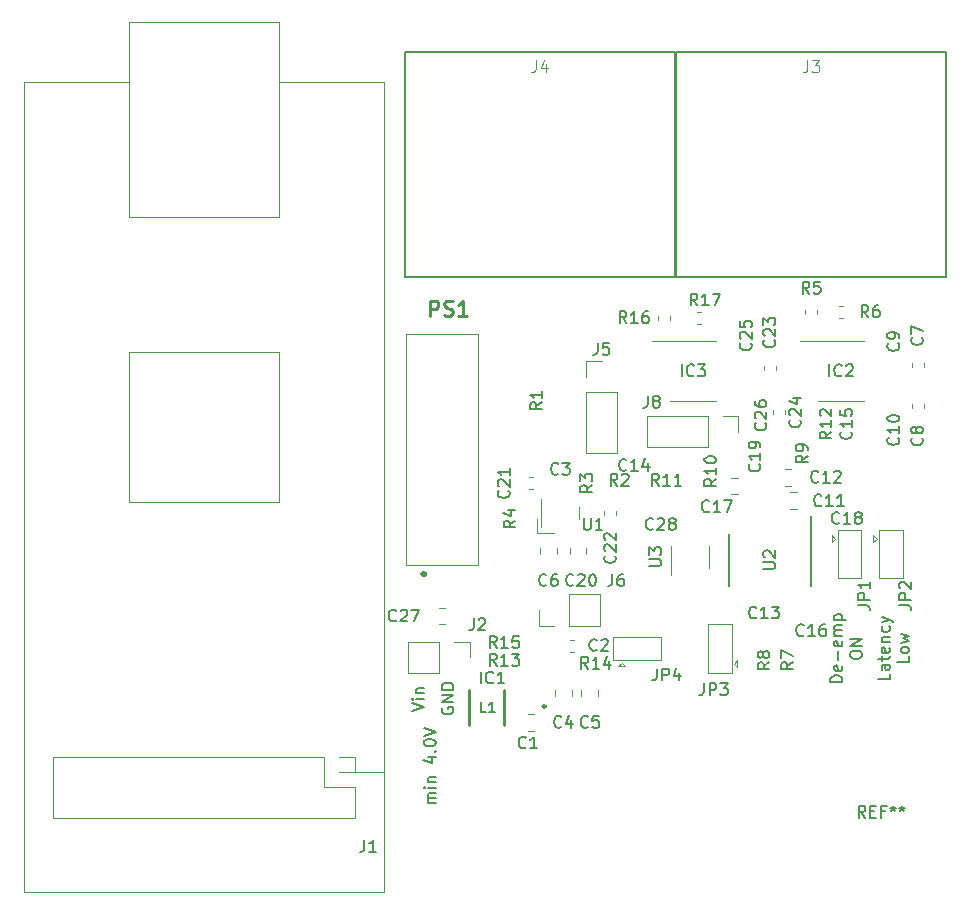
<source format=gbr>
G04 #@! TF.GenerationSoftware,KiCad,Pcbnew,(5.1.2)-2*
G04 #@! TF.CreationDate,2019-12-30T17:27:18+01:00*
G04 #@! TF.ProjectId,BalancedAudioBox,42616c61-6e63-4656-9441-7564696f426f,rev?*
G04 #@! TF.SameCoordinates,Original*
G04 #@! TF.FileFunction,Legend,Top*
G04 #@! TF.FilePolarity,Positive*
%FSLAX46Y46*%
G04 Gerber Fmt 4.6, Leading zero omitted, Abs format (unit mm)*
G04 Created by KiCad (PCBNEW (5.1.2)-2) date 2019-12-30 17:27:18*
%MOMM*%
%LPD*%
G04 APERTURE LIST*
%ADD10C,0.150000*%
%ADD11C,0.120000*%
%ADD12C,0.250000*%
%ADD13C,0.500000*%
%ADD14C,0.100000*%
%ADD15C,0.254000*%
%ADD16C,0.127000*%
%ADD17C,0.200000*%
%ADD18C,0.101600*%
G04 APERTURE END LIST*
D10*
X147202380Y-126619047D02*
X146535714Y-126619047D01*
X146630952Y-126619047D02*
X146583333Y-126571428D01*
X146535714Y-126476190D01*
X146535714Y-126333333D01*
X146583333Y-126238095D01*
X146678571Y-126190476D01*
X147202380Y-126190476D01*
X146678571Y-126190476D02*
X146583333Y-126142857D01*
X146535714Y-126047619D01*
X146535714Y-125904761D01*
X146583333Y-125809523D01*
X146678571Y-125761904D01*
X147202380Y-125761904D01*
X147202380Y-125285714D02*
X146535714Y-125285714D01*
X146202380Y-125285714D02*
X146250000Y-125333333D01*
X146297619Y-125285714D01*
X146250000Y-125238095D01*
X146202380Y-125285714D01*
X146297619Y-125285714D01*
X146535714Y-124809523D02*
X147202380Y-124809523D01*
X146630952Y-124809523D02*
X146583333Y-124761904D01*
X146535714Y-124666666D01*
X146535714Y-124523809D01*
X146583333Y-124428571D01*
X146678571Y-124380952D01*
X147202380Y-124380952D01*
X146535714Y-122714285D02*
X147202380Y-122714285D01*
X146154761Y-122952380D02*
X146869047Y-123190476D01*
X146869047Y-122571428D01*
X147107142Y-122190476D02*
X147154761Y-122142857D01*
X147202380Y-122190476D01*
X147154761Y-122238095D01*
X147107142Y-122190476D01*
X147202380Y-122190476D01*
X146202380Y-121523809D02*
X146202380Y-121428571D01*
X146250000Y-121333333D01*
X146297619Y-121285714D01*
X146392857Y-121238095D01*
X146583333Y-121190476D01*
X146821428Y-121190476D01*
X147011904Y-121238095D01*
X147107142Y-121285714D01*
X147154761Y-121333333D01*
X147202380Y-121428571D01*
X147202380Y-121523809D01*
X147154761Y-121619047D01*
X147107142Y-121666666D01*
X147011904Y-121714285D01*
X146821428Y-121761904D01*
X146583333Y-121761904D01*
X146392857Y-121714285D01*
X146297619Y-121666666D01*
X146250000Y-121619047D01*
X146202380Y-121523809D01*
X146202380Y-120904761D02*
X147202380Y-120571428D01*
X146202380Y-120238095D01*
X147750000Y-118511904D02*
X147702380Y-118607142D01*
X147702380Y-118750000D01*
X147750000Y-118892857D01*
X147845238Y-118988095D01*
X147940476Y-119035714D01*
X148130952Y-119083333D01*
X148273809Y-119083333D01*
X148464285Y-119035714D01*
X148559523Y-118988095D01*
X148654761Y-118892857D01*
X148702380Y-118750000D01*
X148702380Y-118654761D01*
X148654761Y-118511904D01*
X148607142Y-118464285D01*
X148273809Y-118464285D01*
X148273809Y-118654761D01*
X148702380Y-118035714D02*
X147702380Y-118035714D01*
X148702380Y-117464285D01*
X147702380Y-117464285D01*
X148702380Y-116988095D02*
X147702380Y-116988095D01*
X147702380Y-116750000D01*
X147750000Y-116607142D01*
X147845238Y-116511904D01*
X147940476Y-116464285D01*
X148130952Y-116416666D01*
X148273809Y-116416666D01*
X148464285Y-116464285D01*
X148559523Y-116511904D01*
X148654761Y-116607142D01*
X148702380Y-116750000D01*
X148702380Y-116988095D01*
X145202380Y-118773809D02*
X146202380Y-118440476D01*
X145202380Y-118107142D01*
X146202380Y-117773809D02*
X145535714Y-117773809D01*
X145202380Y-117773809D02*
X145250000Y-117821428D01*
X145297619Y-117773809D01*
X145250000Y-117726190D01*
X145202380Y-117773809D01*
X145297619Y-117773809D01*
X145535714Y-117297619D02*
X146202380Y-117297619D01*
X145630952Y-117297619D02*
X145583333Y-117250000D01*
X145535714Y-117154761D01*
X145535714Y-117011904D01*
X145583333Y-116916666D01*
X145678571Y-116869047D01*
X146202380Y-116869047D01*
X185627380Y-115619047D02*
X185627380Y-116095238D01*
X184627380Y-116095238D01*
X185627380Y-114857142D02*
X185103571Y-114857142D01*
X185008333Y-114904761D01*
X184960714Y-115000000D01*
X184960714Y-115190476D01*
X185008333Y-115285714D01*
X185579761Y-114857142D02*
X185627380Y-114952380D01*
X185627380Y-115190476D01*
X185579761Y-115285714D01*
X185484523Y-115333333D01*
X185389285Y-115333333D01*
X185294047Y-115285714D01*
X185246428Y-115190476D01*
X185246428Y-114952380D01*
X185198809Y-114857142D01*
X184960714Y-114523809D02*
X184960714Y-114142857D01*
X184627380Y-114380952D02*
X185484523Y-114380952D01*
X185579761Y-114333333D01*
X185627380Y-114238095D01*
X185627380Y-114142857D01*
X185579761Y-113428571D02*
X185627380Y-113523809D01*
X185627380Y-113714285D01*
X185579761Y-113809523D01*
X185484523Y-113857142D01*
X185103571Y-113857142D01*
X185008333Y-113809523D01*
X184960714Y-113714285D01*
X184960714Y-113523809D01*
X185008333Y-113428571D01*
X185103571Y-113380952D01*
X185198809Y-113380952D01*
X185294047Y-113857142D01*
X184960714Y-112952380D02*
X185627380Y-112952380D01*
X185055952Y-112952380D02*
X185008333Y-112904761D01*
X184960714Y-112809523D01*
X184960714Y-112666666D01*
X185008333Y-112571428D01*
X185103571Y-112523809D01*
X185627380Y-112523809D01*
X185579761Y-111619047D02*
X185627380Y-111714285D01*
X185627380Y-111904761D01*
X185579761Y-112000000D01*
X185532142Y-112047619D01*
X185436904Y-112095238D01*
X185151190Y-112095238D01*
X185055952Y-112047619D01*
X185008333Y-112000000D01*
X184960714Y-111904761D01*
X184960714Y-111714285D01*
X185008333Y-111619047D01*
X184960714Y-111285714D02*
X185627380Y-111047619D01*
X184960714Y-110809523D02*
X185627380Y-111047619D01*
X185865476Y-111142857D01*
X185913095Y-111190476D01*
X185960714Y-111285714D01*
X187277380Y-114166666D02*
X187277380Y-114642857D01*
X186277380Y-114642857D01*
X187277380Y-113690476D02*
X187229761Y-113785714D01*
X187182142Y-113833333D01*
X187086904Y-113880952D01*
X186801190Y-113880952D01*
X186705952Y-113833333D01*
X186658333Y-113785714D01*
X186610714Y-113690476D01*
X186610714Y-113547619D01*
X186658333Y-113452380D01*
X186705952Y-113404761D01*
X186801190Y-113357142D01*
X187086904Y-113357142D01*
X187182142Y-113404761D01*
X187229761Y-113452380D01*
X187277380Y-113547619D01*
X187277380Y-113690476D01*
X186610714Y-113023809D02*
X187277380Y-112833333D01*
X186801190Y-112642857D01*
X187277380Y-112452380D01*
X186610714Y-112261904D01*
X181627380Y-116357142D02*
X180627380Y-116357142D01*
X180627380Y-116119047D01*
X180675000Y-115976190D01*
X180770238Y-115880952D01*
X180865476Y-115833333D01*
X181055952Y-115785714D01*
X181198809Y-115785714D01*
X181389285Y-115833333D01*
X181484523Y-115880952D01*
X181579761Y-115976190D01*
X181627380Y-116119047D01*
X181627380Y-116357142D01*
X181579761Y-114976190D02*
X181627380Y-115071428D01*
X181627380Y-115261904D01*
X181579761Y-115357142D01*
X181484523Y-115404761D01*
X181103571Y-115404761D01*
X181008333Y-115357142D01*
X180960714Y-115261904D01*
X180960714Y-115071428D01*
X181008333Y-114976190D01*
X181103571Y-114928571D01*
X181198809Y-114928571D01*
X181294047Y-115404761D01*
X181246428Y-114500000D02*
X181246428Y-113738095D01*
X181579761Y-112880952D02*
X181627380Y-112976190D01*
X181627380Y-113166666D01*
X181579761Y-113261904D01*
X181484523Y-113309523D01*
X181103571Y-113309523D01*
X181008333Y-113261904D01*
X180960714Y-113166666D01*
X180960714Y-112976190D01*
X181008333Y-112880952D01*
X181103571Y-112833333D01*
X181198809Y-112833333D01*
X181294047Y-113309523D01*
X181627380Y-112404761D02*
X180960714Y-112404761D01*
X181055952Y-112404761D02*
X181008333Y-112357142D01*
X180960714Y-112261904D01*
X180960714Y-112119047D01*
X181008333Y-112023809D01*
X181103571Y-111976190D01*
X181627380Y-111976190D01*
X181103571Y-111976190D02*
X181008333Y-111928571D01*
X180960714Y-111833333D01*
X180960714Y-111690476D01*
X181008333Y-111595238D01*
X181103571Y-111547619D01*
X181627380Y-111547619D01*
X180960714Y-111071428D02*
X181960714Y-111071428D01*
X181008333Y-111071428D02*
X180960714Y-110976190D01*
X180960714Y-110785714D01*
X181008333Y-110690476D01*
X181055952Y-110642857D01*
X181151190Y-110595238D01*
X181436904Y-110595238D01*
X181532142Y-110642857D01*
X181579761Y-110690476D01*
X181627380Y-110785714D01*
X181627380Y-110976190D01*
X181579761Y-111071428D01*
X182277380Y-114119047D02*
X182277380Y-113928571D01*
X182325000Y-113833333D01*
X182420238Y-113738095D01*
X182610714Y-113690476D01*
X182944047Y-113690476D01*
X183134523Y-113738095D01*
X183229761Y-113833333D01*
X183277380Y-113928571D01*
X183277380Y-114119047D01*
X183229761Y-114214285D01*
X183134523Y-114309523D01*
X182944047Y-114357142D01*
X182610714Y-114357142D01*
X182420238Y-114309523D01*
X182325000Y-114214285D01*
X182277380Y-114119047D01*
X183277380Y-113261904D02*
X182277380Y-113261904D01*
X183277380Y-112690476D01*
X182277380Y-112690476D01*
D11*
X167140000Y-104850000D02*
X167140000Y-107300000D01*
X170360000Y-106650000D02*
X170360000Y-104850000D01*
X156130000Y-103250000D02*
X156130000Y-100880000D01*
X159370000Y-101500000D02*
X159370000Y-102500000D01*
X155750000Y-103700000D02*
X155750000Y-102500000D01*
X157250000Y-103700000D02*
X155750000Y-103700000D01*
X186750000Y-103450000D02*
X186750000Y-107550000D01*
X186750000Y-107550000D02*
X184750000Y-107550000D01*
X184750000Y-107550000D02*
X184750000Y-103450000D01*
X184750000Y-103450000D02*
X186750000Y-103450000D01*
X184550000Y-104200000D02*
X184250000Y-103900000D01*
X184250000Y-103900000D02*
X184250000Y-104500000D01*
X184550000Y-104200000D02*
X184250000Y-104500000D01*
X183250000Y-103450000D02*
X183250000Y-107550000D01*
X183250000Y-107550000D02*
X181250000Y-107550000D01*
X181250000Y-107550000D02*
X181250000Y-103450000D01*
X181250000Y-103450000D02*
X183250000Y-103450000D01*
X181050000Y-104200000D02*
X180750000Y-103900000D01*
X180750000Y-103900000D02*
X180750000Y-104500000D01*
X181050000Y-104200000D02*
X180750000Y-104500000D01*
X161120000Y-111580000D02*
X161120000Y-108920000D01*
X158520000Y-111580000D02*
X161120000Y-111580000D01*
X158520000Y-108920000D02*
X161120000Y-108920000D01*
X158520000Y-111580000D02*
X158520000Y-108920000D01*
X157250000Y-111580000D02*
X155920000Y-111580000D01*
X155920000Y-111580000D02*
X155920000Y-110250000D01*
D12*
X156525000Y-118400000D02*
G75*
G03X156525000Y-118400000I-125000J0D01*
G01*
D11*
X144880000Y-112920000D02*
X144880000Y-115580000D01*
X147480000Y-112920000D02*
X144880000Y-112920000D01*
X147480000Y-115580000D02*
X144880000Y-115580000D01*
X147480000Y-112920000D02*
X147480000Y-115580000D01*
X148750000Y-112920000D02*
X150080000Y-112920000D01*
X150080000Y-112920000D02*
X150080000Y-114250000D01*
X147491422Y-111460000D02*
X148008578Y-111460000D01*
X147491422Y-110040000D02*
X148008578Y-110040000D01*
X140330000Y-122670000D02*
X140330000Y-124000000D01*
X139000000Y-122670000D02*
X140330000Y-122670000D01*
X140330000Y-125270000D02*
X140330000Y-127870000D01*
X137730000Y-125270000D02*
X140330000Y-125270000D01*
X137730000Y-122670000D02*
X137730000Y-125270000D01*
X140330000Y-127870000D02*
X114810000Y-127870000D01*
X137730000Y-122670000D02*
X114810000Y-122670000D01*
X114810000Y-122670000D02*
X114810000Y-127870000D01*
X139000000Y-124000000D02*
X142810000Y-124000000D01*
X142810000Y-65580000D02*
X142810000Y-134160000D01*
X112330000Y-65580000D02*
X112330000Y-134160000D01*
X112330000Y-134160000D02*
X142810000Y-134160000D01*
X133920000Y-65580000D02*
X133920000Y-60500000D01*
X133920000Y-60500000D02*
X121220000Y-60500000D01*
X121220000Y-60500000D02*
X121220000Y-65580000D01*
X133920000Y-60500000D02*
X133920000Y-77010000D01*
X133920000Y-77010000D02*
X121220000Y-77010000D01*
X121220000Y-77010000D02*
X121220000Y-60500000D01*
X112330000Y-65580000D02*
X121220000Y-65580000D01*
X142810000Y-65580000D02*
X133920000Y-65580000D01*
X133920000Y-88440000D02*
X133920000Y-101140000D01*
X133920000Y-101140000D02*
X121220000Y-101140000D01*
X121220000Y-101140000D02*
X121220000Y-88440000D01*
X121220000Y-88440000D02*
X133920000Y-88440000D01*
X156040000Y-104991422D02*
X156040000Y-105508578D01*
X157460000Y-104991422D02*
X157460000Y-105508578D01*
X176741422Y-99710000D02*
X177258578Y-99710000D01*
X176741422Y-98290000D02*
X177258578Y-98290000D01*
D10*
X178950000Y-102250000D02*
X178950000Y-108225000D01*
X172050000Y-103775000D02*
X172050000Y-108225000D01*
D11*
X177758578Y-100290000D02*
X177241422Y-100290000D01*
X177758578Y-101710000D02*
X177241422Y-101710000D01*
X154991422Y-120460000D02*
X155508578Y-120460000D01*
X154991422Y-119040000D02*
X155508578Y-119040000D01*
X158912779Y-112740000D02*
X158587221Y-112740000D01*
X158912779Y-113760000D02*
X158587221Y-113760000D01*
X157290000Y-116991422D02*
X157290000Y-117508578D01*
X158710000Y-116991422D02*
X158710000Y-117508578D01*
X159540000Y-116991422D02*
X159540000Y-117508578D01*
X160960000Y-116991422D02*
X160960000Y-117508578D01*
X172758578Y-99040000D02*
X172241422Y-99040000D01*
X172758578Y-100460000D02*
X172241422Y-100460000D01*
X158540000Y-104991422D02*
X158540000Y-105508578D01*
X159960000Y-104991422D02*
X159960000Y-105508578D01*
X159920000Y-89170000D02*
X161250000Y-89170000D01*
X159920000Y-90500000D02*
X159920000Y-89170000D01*
X159920000Y-91770000D02*
X162580000Y-91770000D01*
X162580000Y-91770000D02*
X162580000Y-96910000D01*
X159920000Y-91770000D02*
X159920000Y-96910000D01*
X159920000Y-96910000D02*
X162580000Y-96910000D01*
X170250000Y-115550000D02*
X170250000Y-111450000D01*
X170250000Y-111450000D02*
X172250000Y-111450000D01*
X172250000Y-111450000D02*
X172250000Y-115550000D01*
X172250000Y-115550000D02*
X170250000Y-115550000D01*
X172450000Y-114800000D02*
X172750000Y-115100000D01*
X172750000Y-115100000D02*
X172750000Y-114500000D01*
X172450000Y-114800000D02*
X172750000Y-114500000D01*
X178490000Y-85162779D02*
X178490000Y-84837221D01*
X179510000Y-85162779D02*
X179510000Y-84837221D01*
X181337221Y-84490000D02*
X181662779Y-84490000D01*
X181337221Y-85510000D02*
X181662779Y-85510000D01*
X167010000Y-85662779D02*
X167010000Y-85337221D01*
X165990000Y-85662779D02*
X165990000Y-85337221D01*
X169337221Y-86010000D02*
X169662779Y-86010000D01*
X169337221Y-84990000D02*
X169662779Y-84990000D01*
D13*
X146250000Y-107200000D02*
G75*
G02X146150000Y-107200000I-50000J0D01*
G01*
X146150000Y-107200000D02*
G75*
G02X146250000Y-107200000I50000J0D01*
G01*
X146150000Y-107200000D02*
X146150000Y-107200000D01*
X146250000Y-107200000D02*
X146250000Y-107200000D01*
D14*
X150750000Y-106400000D02*
X144650000Y-106400000D01*
X150750000Y-86900000D02*
X150750000Y-106400000D01*
X144650000Y-86900000D02*
X150750000Y-86900000D01*
X144650000Y-106400000D02*
X144650000Y-86900000D01*
D11*
X181500000Y-87440000D02*
X178050000Y-87440000D01*
X181500000Y-87440000D02*
X183450000Y-87440000D01*
X181500000Y-92560000D02*
X179550000Y-92560000D01*
X181500000Y-92560000D02*
X183450000Y-92560000D01*
X169000000Y-87440000D02*
X165550000Y-87440000D01*
X169000000Y-87440000D02*
X170950000Y-87440000D01*
X169000000Y-92560000D02*
X167050000Y-92560000D01*
X169000000Y-92560000D02*
X170950000Y-92560000D01*
D15*
X153000000Y-120000000D02*
X153000000Y-117000000D01*
X150000000Y-120000000D02*
X150000000Y-117000000D01*
D16*
X167570000Y-62975000D02*
X190430000Y-62975000D01*
X167570000Y-62975000D02*
X167570000Y-82025000D01*
X167570000Y-82025000D02*
X190430000Y-82025000D01*
X190430000Y-82025000D02*
X190430000Y-62975000D01*
X167430000Y-82025000D02*
X167430000Y-62975000D01*
X144570000Y-82025000D02*
X167430000Y-82025000D01*
X144570000Y-62975000D02*
X144570000Y-82025000D01*
X144570000Y-62975000D02*
X167430000Y-62975000D01*
D11*
X165090000Y-93820000D02*
X165090000Y-96480000D01*
X170230000Y-93820000D02*
X165090000Y-93820000D01*
X170230000Y-96480000D02*
X165090000Y-96480000D01*
X170230000Y-93820000D02*
X170230000Y-96480000D01*
X171500000Y-93820000D02*
X172830000Y-93820000D01*
X172830000Y-93820000D02*
X172830000Y-95150000D01*
X162950000Y-114700000D02*
X163250000Y-115000000D01*
X162650000Y-115000000D02*
X163250000Y-115000000D01*
X162950000Y-114700000D02*
X162650000Y-115000000D01*
X162200000Y-114500000D02*
X162200000Y-112500000D01*
X166300000Y-114500000D02*
X162200000Y-114500000D01*
X166300000Y-112500000D02*
X166300000Y-114500000D01*
X162200000Y-112500000D02*
X166300000Y-112500000D01*
X188510000Y-89662779D02*
X188510000Y-89337221D01*
X187490000Y-89662779D02*
X187490000Y-89337221D01*
X188510000Y-92837221D02*
X188510000Y-93162779D01*
X187490000Y-92837221D02*
X187490000Y-93162779D01*
X155412779Y-98990000D02*
X155087221Y-98990000D01*
X155412779Y-100010000D02*
X155087221Y-100010000D01*
X161490000Y-102162779D02*
X161490000Y-101837221D01*
X162510000Y-102162779D02*
X162510000Y-101837221D01*
X176010000Y-89912779D02*
X176010000Y-89587221D01*
X174990000Y-89912779D02*
X174990000Y-89587221D01*
X176760000Y-93337221D02*
X176760000Y-93662779D01*
X175740000Y-93337221D02*
X175740000Y-93662779D01*
D10*
X165302380Y-106511904D02*
X166111904Y-106511904D01*
X166207142Y-106464285D01*
X166254761Y-106416666D01*
X166302380Y-106321428D01*
X166302380Y-106130952D01*
X166254761Y-106035714D01*
X166207142Y-105988095D01*
X166111904Y-105940476D01*
X165302380Y-105940476D01*
X165302380Y-105559523D02*
X165302380Y-104940476D01*
X165683333Y-105273809D01*
X165683333Y-105130952D01*
X165730952Y-105035714D01*
X165778571Y-104988095D01*
X165873809Y-104940476D01*
X166111904Y-104940476D01*
X166207142Y-104988095D01*
X166254761Y-105035714D01*
X166302380Y-105130952D01*
X166302380Y-105416666D01*
X166254761Y-105511904D01*
X166207142Y-105559523D01*
X159738095Y-102452380D02*
X159738095Y-103261904D01*
X159785714Y-103357142D01*
X159833333Y-103404761D01*
X159928571Y-103452380D01*
X160119047Y-103452380D01*
X160214285Y-103404761D01*
X160261904Y-103357142D01*
X160309523Y-103261904D01*
X160309523Y-102452380D01*
X161309523Y-103452380D02*
X160738095Y-103452380D01*
X161023809Y-103452380D02*
X161023809Y-102452380D01*
X160928571Y-102595238D01*
X160833333Y-102690476D01*
X160738095Y-102738095D01*
X175107142Y-94392857D02*
X175154761Y-94440476D01*
X175202380Y-94583333D01*
X175202380Y-94678571D01*
X175154761Y-94821428D01*
X175059523Y-94916666D01*
X174964285Y-94964285D01*
X174773809Y-95011904D01*
X174630952Y-95011904D01*
X174440476Y-94964285D01*
X174345238Y-94916666D01*
X174250000Y-94821428D01*
X174202380Y-94678571D01*
X174202380Y-94583333D01*
X174250000Y-94440476D01*
X174297619Y-94392857D01*
X174297619Y-94011904D02*
X174250000Y-93964285D01*
X174202380Y-93869047D01*
X174202380Y-93630952D01*
X174250000Y-93535714D01*
X174297619Y-93488095D01*
X174392857Y-93440476D01*
X174488095Y-93440476D01*
X174630952Y-93488095D01*
X175202380Y-94059523D01*
X175202380Y-93440476D01*
X174202380Y-92583333D02*
X174202380Y-92773809D01*
X174250000Y-92869047D01*
X174297619Y-92916666D01*
X174440476Y-93011904D01*
X174630952Y-93059523D01*
X175011904Y-93059523D01*
X175107142Y-93011904D01*
X175154761Y-92964285D01*
X175202380Y-92869047D01*
X175202380Y-92678571D01*
X175154761Y-92583333D01*
X175107142Y-92535714D01*
X175011904Y-92488095D01*
X174773809Y-92488095D01*
X174678571Y-92535714D01*
X174630952Y-92583333D01*
X174583333Y-92678571D01*
X174583333Y-92869047D01*
X174630952Y-92964285D01*
X174678571Y-93011904D01*
X174773809Y-93059523D01*
X186452380Y-109833333D02*
X187166666Y-109833333D01*
X187309523Y-109880952D01*
X187404761Y-109976190D01*
X187452380Y-110119047D01*
X187452380Y-110214285D01*
X187452380Y-109357142D02*
X186452380Y-109357142D01*
X186452380Y-108976190D01*
X186500000Y-108880952D01*
X186547619Y-108833333D01*
X186642857Y-108785714D01*
X186785714Y-108785714D01*
X186880952Y-108833333D01*
X186928571Y-108880952D01*
X186976190Y-108976190D01*
X186976190Y-109357142D01*
X186547619Y-108404761D02*
X186500000Y-108357142D01*
X186452380Y-108261904D01*
X186452380Y-108023809D01*
X186500000Y-107928571D01*
X186547619Y-107880952D01*
X186642857Y-107833333D01*
X186738095Y-107833333D01*
X186880952Y-107880952D01*
X187452380Y-108452380D01*
X187452380Y-107833333D01*
X182952380Y-109833333D02*
X183666666Y-109833333D01*
X183809523Y-109880952D01*
X183904761Y-109976190D01*
X183952380Y-110119047D01*
X183952380Y-110214285D01*
X183952380Y-109357142D02*
X182952380Y-109357142D01*
X182952380Y-108976190D01*
X183000000Y-108880952D01*
X183047619Y-108833333D01*
X183142857Y-108785714D01*
X183285714Y-108785714D01*
X183380952Y-108833333D01*
X183428571Y-108880952D01*
X183476190Y-108976190D01*
X183476190Y-109357142D01*
X183952380Y-107833333D02*
X183952380Y-108404761D01*
X183952380Y-108119047D02*
X182952380Y-108119047D01*
X183095238Y-108214285D01*
X183190476Y-108309523D01*
X183238095Y-108404761D01*
X165607142Y-103357142D02*
X165559523Y-103404761D01*
X165416666Y-103452380D01*
X165321428Y-103452380D01*
X165178571Y-103404761D01*
X165083333Y-103309523D01*
X165035714Y-103214285D01*
X164988095Y-103023809D01*
X164988095Y-102880952D01*
X165035714Y-102690476D01*
X165083333Y-102595238D01*
X165178571Y-102500000D01*
X165321428Y-102452380D01*
X165416666Y-102452380D01*
X165559523Y-102500000D01*
X165607142Y-102547619D01*
X165988095Y-102547619D02*
X166035714Y-102500000D01*
X166130952Y-102452380D01*
X166369047Y-102452380D01*
X166464285Y-102500000D01*
X166511904Y-102547619D01*
X166559523Y-102642857D01*
X166559523Y-102738095D01*
X166511904Y-102880952D01*
X165940476Y-103452380D01*
X166559523Y-103452380D01*
X167130952Y-102880952D02*
X167035714Y-102833333D01*
X166988095Y-102785714D01*
X166940476Y-102690476D01*
X166940476Y-102642857D01*
X166988095Y-102547619D01*
X167035714Y-102500000D01*
X167130952Y-102452380D01*
X167321428Y-102452380D01*
X167416666Y-102500000D01*
X167464285Y-102547619D01*
X167511904Y-102642857D01*
X167511904Y-102690476D01*
X167464285Y-102785714D01*
X167416666Y-102833333D01*
X167321428Y-102880952D01*
X167130952Y-102880952D01*
X167035714Y-102928571D01*
X166988095Y-102976190D01*
X166940476Y-103071428D01*
X166940476Y-103261904D01*
X166988095Y-103357142D01*
X167035714Y-103404761D01*
X167130952Y-103452380D01*
X167321428Y-103452380D01*
X167416666Y-103404761D01*
X167464285Y-103357142D01*
X167511904Y-103261904D01*
X167511904Y-103071428D01*
X167464285Y-102976190D01*
X167416666Y-102928571D01*
X167321428Y-102880952D01*
X162166666Y-107202380D02*
X162166666Y-107916666D01*
X162119047Y-108059523D01*
X162023809Y-108154761D01*
X161880952Y-108202380D01*
X161785714Y-108202380D01*
X163071428Y-107202380D02*
X162880952Y-107202380D01*
X162785714Y-107250000D01*
X162738095Y-107297619D01*
X162642857Y-107440476D01*
X162595238Y-107630952D01*
X162595238Y-108011904D01*
X162642857Y-108107142D01*
X162690476Y-108154761D01*
X162785714Y-108202380D01*
X162976190Y-108202380D01*
X163071428Y-108154761D01*
X163119047Y-108107142D01*
X163166666Y-108011904D01*
X163166666Y-107773809D01*
X163119047Y-107678571D01*
X163071428Y-107630952D01*
X162976190Y-107583333D01*
X162785714Y-107583333D01*
X162690476Y-107630952D01*
X162642857Y-107678571D01*
X162595238Y-107773809D01*
X151023809Y-116452380D02*
X151023809Y-115452380D01*
X152071428Y-116357142D02*
X152023809Y-116404761D01*
X151880952Y-116452380D01*
X151785714Y-116452380D01*
X151642857Y-116404761D01*
X151547619Y-116309523D01*
X151500000Y-116214285D01*
X151452380Y-116023809D01*
X151452380Y-115880952D01*
X151500000Y-115690476D01*
X151547619Y-115595238D01*
X151642857Y-115500000D01*
X151785714Y-115452380D01*
X151880952Y-115452380D01*
X152023809Y-115500000D01*
X152071428Y-115547619D01*
X153023809Y-116452380D02*
X152452380Y-116452380D01*
X152738095Y-116452380D02*
X152738095Y-115452380D01*
X152642857Y-115595238D01*
X152547619Y-115690476D01*
X152452380Y-115738095D01*
X150416666Y-110952380D02*
X150416666Y-111666666D01*
X150369047Y-111809523D01*
X150273809Y-111904761D01*
X150130952Y-111952380D01*
X150035714Y-111952380D01*
X150845238Y-111047619D02*
X150892857Y-111000000D01*
X150988095Y-110952380D01*
X151226190Y-110952380D01*
X151321428Y-111000000D01*
X151369047Y-111047619D01*
X151416666Y-111142857D01*
X151416666Y-111238095D01*
X151369047Y-111380952D01*
X150797619Y-111952380D01*
X151416666Y-111952380D01*
X143857142Y-111107142D02*
X143809523Y-111154761D01*
X143666666Y-111202380D01*
X143571428Y-111202380D01*
X143428571Y-111154761D01*
X143333333Y-111059523D01*
X143285714Y-110964285D01*
X143238095Y-110773809D01*
X143238095Y-110630952D01*
X143285714Y-110440476D01*
X143333333Y-110345238D01*
X143428571Y-110250000D01*
X143571428Y-110202380D01*
X143666666Y-110202380D01*
X143809523Y-110250000D01*
X143857142Y-110297619D01*
X144238095Y-110297619D02*
X144285714Y-110250000D01*
X144380952Y-110202380D01*
X144619047Y-110202380D01*
X144714285Y-110250000D01*
X144761904Y-110297619D01*
X144809523Y-110392857D01*
X144809523Y-110488095D01*
X144761904Y-110630952D01*
X144190476Y-111202380D01*
X144809523Y-111202380D01*
X145142857Y-110202380D02*
X145809523Y-110202380D01*
X145380952Y-111202380D01*
X141166666Y-129702380D02*
X141166666Y-130416666D01*
X141119047Y-130559523D01*
X141023809Y-130654761D01*
X140880952Y-130702380D01*
X140785714Y-130702380D01*
X142166666Y-130702380D02*
X141595238Y-130702380D01*
X141880952Y-130702380D02*
X141880952Y-129702380D01*
X141785714Y-129845238D01*
X141690476Y-129940476D01*
X141595238Y-129988095D01*
X156583333Y-108107142D02*
X156535714Y-108154761D01*
X156392857Y-108202380D01*
X156297619Y-108202380D01*
X156154761Y-108154761D01*
X156059523Y-108059523D01*
X156011904Y-107964285D01*
X155964285Y-107773809D01*
X155964285Y-107630952D01*
X156011904Y-107440476D01*
X156059523Y-107345238D01*
X156154761Y-107250000D01*
X156297619Y-107202380D01*
X156392857Y-107202380D01*
X156535714Y-107250000D01*
X156583333Y-107297619D01*
X157440476Y-107202380D02*
X157250000Y-107202380D01*
X157154761Y-107250000D01*
X157107142Y-107297619D01*
X157011904Y-107440476D01*
X156964285Y-107630952D01*
X156964285Y-108011904D01*
X157011904Y-108107142D01*
X157059523Y-108154761D01*
X157154761Y-108202380D01*
X157345238Y-108202380D01*
X157440476Y-108154761D01*
X157488095Y-108107142D01*
X157535714Y-108011904D01*
X157535714Y-107773809D01*
X157488095Y-107678571D01*
X157440476Y-107630952D01*
X157345238Y-107583333D01*
X157154761Y-107583333D01*
X157059523Y-107630952D01*
X157011904Y-107678571D01*
X156964285Y-107773809D01*
X175452380Y-114666666D02*
X174976190Y-115000000D01*
X175452380Y-115238095D02*
X174452380Y-115238095D01*
X174452380Y-114857142D01*
X174500000Y-114761904D01*
X174547619Y-114714285D01*
X174642857Y-114666666D01*
X174785714Y-114666666D01*
X174880952Y-114714285D01*
X174928571Y-114761904D01*
X174976190Y-114857142D01*
X174976190Y-115238095D01*
X174880952Y-114095238D02*
X174833333Y-114190476D01*
X174785714Y-114238095D01*
X174690476Y-114285714D01*
X174642857Y-114285714D01*
X174547619Y-114238095D01*
X174500000Y-114190476D01*
X174452380Y-114095238D01*
X174452380Y-113904761D01*
X174500000Y-113809523D01*
X174547619Y-113761904D01*
X174642857Y-113714285D01*
X174690476Y-113714285D01*
X174785714Y-113761904D01*
X174833333Y-113809523D01*
X174880952Y-113904761D01*
X174880952Y-114095238D01*
X174928571Y-114190476D01*
X174976190Y-114238095D01*
X175071428Y-114285714D01*
X175261904Y-114285714D01*
X175357142Y-114238095D01*
X175404761Y-114190476D01*
X175452380Y-114095238D01*
X175452380Y-113904761D01*
X175404761Y-113809523D01*
X175357142Y-113761904D01*
X175261904Y-113714285D01*
X175071428Y-113714285D01*
X174976190Y-113761904D01*
X174928571Y-113809523D01*
X174880952Y-113904761D01*
X174357142Y-110857142D02*
X174309523Y-110904761D01*
X174166666Y-110952380D01*
X174071428Y-110952380D01*
X173928571Y-110904761D01*
X173833333Y-110809523D01*
X173785714Y-110714285D01*
X173738095Y-110523809D01*
X173738095Y-110380952D01*
X173785714Y-110190476D01*
X173833333Y-110095238D01*
X173928571Y-110000000D01*
X174071428Y-109952380D01*
X174166666Y-109952380D01*
X174309523Y-110000000D01*
X174357142Y-110047619D01*
X175309523Y-110952380D02*
X174738095Y-110952380D01*
X175023809Y-110952380D02*
X175023809Y-109952380D01*
X174928571Y-110095238D01*
X174833333Y-110190476D01*
X174738095Y-110238095D01*
X175642857Y-109952380D02*
X176261904Y-109952380D01*
X175928571Y-110333333D01*
X176071428Y-110333333D01*
X176166666Y-110380952D01*
X176214285Y-110428571D01*
X176261904Y-110523809D01*
X176261904Y-110761904D01*
X176214285Y-110857142D01*
X176166666Y-110904761D01*
X176071428Y-110952380D01*
X175785714Y-110952380D01*
X175690476Y-110904761D01*
X175642857Y-110857142D01*
X179607142Y-99357142D02*
X179559523Y-99404761D01*
X179416666Y-99452380D01*
X179321428Y-99452380D01*
X179178571Y-99404761D01*
X179083333Y-99309523D01*
X179035714Y-99214285D01*
X178988095Y-99023809D01*
X178988095Y-98880952D01*
X179035714Y-98690476D01*
X179083333Y-98595238D01*
X179178571Y-98500000D01*
X179321428Y-98452380D01*
X179416666Y-98452380D01*
X179559523Y-98500000D01*
X179607142Y-98547619D01*
X180559523Y-99452380D02*
X179988095Y-99452380D01*
X180273809Y-99452380D02*
X180273809Y-98452380D01*
X180178571Y-98595238D01*
X180083333Y-98690476D01*
X179988095Y-98738095D01*
X180940476Y-98547619D02*
X180988095Y-98500000D01*
X181083333Y-98452380D01*
X181321428Y-98452380D01*
X181416666Y-98500000D01*
X181464285Y-98547619D01*
X181511904Y-98642857D01*
X181511904Y-98738095D01*
X181464285Y-98880952D01*
X180892857Y-99452380D01*
X181511904Y-99452380D01*
X183578666Y-127824380D02*
X183245333Y-127348190D01*
X183007238Y-127824380D02*
X183007238Y-126824380D01*
X183388190Y-126824380D01*
X183483428Y-126872000D01*
X183531047Y-126919619D01*
X183578666Y-127014857D01*
X183578666Y-127157714D01*
X183531047Y-127252952D01*
X183483428Y-127300571D01*
X183388190Y-127348190D01*
X183007238Y-127348190D01*
X184007238Y-127300571D02*
X184340571Y-127300571D01*
X184483428Y-127824380D02*
X184007238Y-127824380D01*
X184007238Y-126824380D01*
X184483428Y-126824380D01*
X185245333Y-127300571D02*
X184912000Y-127300571D01*
X184912000Y-127824380D02*
X184912000Y-126824380D01*
X185388190Y-126824380D01*
X185912000Y-126824380D02*
X185912000Y-127062476D01*
X185673904Y-126967238D02*
X185912000Y-127062476D01*
X186150095Y-126967238D01*
X185769142Y-127252952D02*
X185912000Y-127062476D01*
X186054857Y-127252952D01*
X186673904Y-126824380D02*
X186673904Y-127062476D01*
X186435809Y-126967238D02*
X186673904Y-127062476D01*
X186912000Y-126967238D01*
X186531047Y-127252952D02*
X186673904Y-127062476D01*
X186816761Y-127252952D01*
X174952380Y-106761904D02*
X175761904Y-106761904D01*
X175857142Y-106714285D01*
X175904761Y-106666666D01*
X175952380Y-106571428D01*
X175952380Y-106380952D01*
X175904761Y-106285714D01*
X175857142Y-106238095D01*
X175761904Y-106190476D01*
X174952380Y-106190476D01*
X175047619Y-105761904D02*
X175000000Y-105714285D01*
X174952380Y-105619047D01*
X174952380Y-105380952D01*
X175000000Y-105285714D01*
X175047619Y-105238095D01*
X175142857Y-105190476D01*
X175238095Y-105190476D01*
X175380952Y-105238095D01*
X175952380Y-105809523D01*
X175952380Y-105190476D01*
X179857142Y-101357142D02*
X179809523Y-101404761D01*
X179666666Y-101452380D01*
X179571428Y-101452380D01*
X179428571Y-101404761D01*
X179333333Y-101309523D01*
X179285714Y-101214285D01*
X179238095Y-101023809D01*
X179238095Y-100880952D01*
X179285714Y-100690476D01*
X179333333Y-100595238D01*
X179428571Y-100500000D01*
X179571428Y-100452380D01*
X179666666Y-100452380D01*
X179809523Y-100500000D01*
X179857142Y-100547619D01*
X180809523Y-101452380D02*
X180238095Y-101452380D01*
X180523809Y-101452380D02*
X180523809Y-100452380D01*
X180428571Y-100595238D01*
X180333333Y-100690476D01*
X180238095Y-100738095D01*
X181761904Y-101452380D02*
X181190476Y-101452380D01*
X181476190Y-101452380D02*
X181476190Y-100452380D01*
X181380952Y-100595238D01*
X181285714Y-100690476D01*
X181190476Y-100738095D01*
X154833333Y-121857142D02*
X154785714Y-121904761D01*
X154642857Y-121952380D01*
X154547619Y-121952380D01*
X154404761Y-121904761D01*
X154309523Y-121809523D01*
X154261904Y-121714285D01*
X154214285Y-121523809D01*
X154214285Y-121380952D01*
X154261904Y-121190476D01*
X154309523Y-121095238D01*
X154404761Y-121000000D01*
X154547619Y-120952380D01*
X154642857Y-120952380D01*
X154785714Y-121000000D01*
X154833333Y-121047619D01*
X155785714Y-121952380D02*
X155214285Y-121952380D01*
X155500000Y-121952380D02*
X155500000Y-120952380D01*
X155404761Y-121095238D01*
X155309523Y-121190476D01*
X155214285Y-121238095D01*
X160833333Y-113607142D02*
X160785714Y-113654761D01*
X160642857Y-113702380D01*
X160547619Y-113702380D01*
X160404761Y-113654761D01*
X160309523Y-113559523D01*
X160261904Y-113464285D01*
X160214285Y-113273809D01*
X160214285Y-113130952D01*
X160261904Y-112940476D01*
X160309523Y-112845238D01*
X160404761Y-112750000D01*
X160547619Y-112702380D01*
X160642857Y-112702380D01*
X160785714Y-112750000D01*
X160833333Y-112797619D01*
X161214285Y-112797619D02*
X161261904Y-112750000D01*
X161357142Y-112702380D01*
X161595238Y-112702380D01*
X161690476Y-112750000D01*
X161738095Y-112797619D01*
X161785714Y-112892857D01*
X161785714Y-112988095D01*
X161738095Y-113130952D01*
X161166666Y-113702380D01*
X161785714Y-113702380D01*
X157833333Y-120107142D02*
X157785714Y-120154761D01*
X157642857Y-120202380D01*
X157547619Y-120202380D01*
X157404761Y-120154761D01*
X157309523Y-120059523D01*
X157261904Y-119964285D01*
X157214285Y-119773809D01*
X157214285Y-119630952D01*
X157261904Y-119440476D01*
X157309523Y-119345238D01*
X157404761Y-119250000D01*
X157547619Y-119202380D01*
X157642857Y-119202380D01*
X157785714Y-119250000D01*
X157833333Y-119297619D01*
X158690476Y-119535714D02*
X158690476Y-120202380D01*
X158452380Y-119154761D02*
X158214285Y-119869047D01*
X158833333Y-119869047D01*
X160083333Y-120107142D02*
X160035714Y-120154761D01*
X159892857Y-120202380D01*
X159797619Y-120202380D01*
X159654761Y-120154761D01*
X159559523Y-120059523D01*
X159511904Y-119964285D01*
X159464285Y-119773809D01*
X159464285Y-119630952D01*
X159511904Y-119440476D01*
X159559523Y-119345238D01*
X159654761Y-119250000D01*
X159797619Y-119202380D01*
X159892857Y-119202380D01*
X160035714Y-119250000D01*
X160083333Y-119297619D01*
X160988095Y-119202380D02*
X160511904Y-119202380D01*
X160464285Y-119678571D01*
X160511904Y-119630952D01*
X160607142Y-119583333D01*
X160845238Y-119583333D01*
X160940476Y-119630952D01*
X160988095Y-119678571D01*
X161035714Y-119773809D01*
X161035714Y-120011904D01*
X160988095Y-120107142D01*
X160940476Y-120154761D01*
X160845238Y-120202380D01*
X160607142Y-120202380D01*
X160511904Y-120154761D01*
X160464285Y-120107142D01*
X186357142Y-87666666D02*
X186404761Y-87714285D01*
X186452380Y-87857142D01*
X186452380Y-87952380D01*
X186404761Y-88095238D01*
X186309523Y-88190476D01*
X186214285Y-88238095D01*
X186023809Y-88285714D01*
X185880952Y-88285714D01*
X185690476Y-88238095D01*
X185595238Y-88190476D01*
X185500000Y-88095238D01*
X185452380Y-87952380D01*
X185452380Y-87857142D01*
X185500000Y-87714285D01*
X185547619Y-87666666D01*
X186452380Y-87190476D02*
X186452380Y-87000000D01*
X186404761Y-86904761D01*
X186357142Y-86857142D01*
X186214285Y-86761904D01*
X186023809Y-86714285D01*
X185642857Y-86714285D01*
X185547619Y-86761904D01*
X185500000Y-86809523D01*
X185452380Y-86904761D01*
X185452380Y-87095238D01*
X185500000Y-87190476D01*
X185547619Y-87238095D01*
X185642857Y-87285714D01*
X185880952Y-87285714D01*
X185976190Y-87238095D01*
X186023809Y-87190476D01*
X186071428Y-87095238D01*
X186071428Y-86904761D01*
X186023809Y-86809523D01*
X185976190Y-86761904D01*
X185880952Y-86714285D01*
X186357142Y-95642857D02*
X186404761Y-95690476D01*
X186452380Y-95833333D01*
X186452380Y-95928571D01*
X186404761Y-96071428D01*
X186309523Y-96166666D01*
X186214285Y-96214285D01*
X186023809Y-96261904D01*
X185880952Y-96261904D01*
X185690476Y-96214285D01*
X185595238Y-96166666D01*
X185500000Y-96071428D01*
X185452380Y-95928571D01*
X185452380Y-95833333D01*
X185500000Y-95690476D01*
X185547619Y-95642857D01*
X186452380Y-94690476D02*
X186452380Y-95261904D01*
X186452380Y-94976190D02*
X185452380Y-94976190D01*
X185595238Y-95071428D01*
X185690476Y-95166666D01*
X185738095Y-95261904D01*
X185452380Y-94071428D02*
X185452380Y-93976190D01*
X185500000Y-93880952D01*
X185547619Y-93833333D01*
X185642857Y-93785714D01*
X185833333Y-93738095D01*
X186071428Y-93738095D01*
X186261904Y-93785714D01*
X186357142Y-93833333D01*
X186404761Y-93880952D01*
X186452380Y-93976190D01*
X186452380Y-94071428D01*
X186404761Y-94166666D01*
X186357142Y-94214285D01*
X186261904Y-94261904D01*
X186071428Y-94309523D01*
X185833333Y-94309523D01*
X185642857Y-94261904D01*
X185547619Y-94214285D01*
X185500000Y-94166666D01*
X185452380Y-94071428D01*
X163357142Y-98357142D02*
X163309523Y-98404761D01*
X163166666Y-98452380D01*
X163071428Y-98452380D01*
X162928571Y-98404761D01*
X162833333Y-98309523D01*
X162785714Y-98214285D01*
X162738095Y-98023809D01*
X162738095Y-97880952D01*
X162785714Y-97690476D01*
X162833333Y-97595238D01*
X162928571Y-97500000D01*
X163071428Y-97452380D01*
X163166666Y-97452380D01*
X163309523Y-97500000D01*
X163357142Y-97547619D01*
X164309523Y-98452380D02*
X163738095Y-98452380D01*
X164023809Y-98452380D02*
X164023809Y-97452380D01*
X163928571Y-97595238D01*
X163833333Y-97690476D01*
X163738095Y-97738095D01*
X165166666Y-97785714D02*
X165166666Y-98452380D01*
X164928571Y-97404761D02*
X164690476Y-98119047D01*
X165309523Y-98119047D01*
X182357142Y-95142857D02*
X182404761Y-95190476D01*
X182452380Y-95333333D01*
X182452380Y-95428571D01*
X182404761Y-95571428D01*
X182309523Y-95666666D01*
X182214285Y-95714285D01*
X182023809Y-95761904D01*
X181880952Y-95761904D01*
X181690476Y-95714285D01*
X181595238Y-95666666D01*
X181500000Y-95571428D01*
X181452380Y-95428571D01*
X181452380Y-95333333D01*
X181500000Y-95190476D01*
X181547619Y-95142857D01*
X182452380Y-94190476D02*
X182452380Y-94761904D01*
X182452380Y-94476190D02*
X181452380Y-94476190D01*
X181595238Y-94571428D01*
X181690476Y-94666666D01*
X181738095Y-94761904D01*
X181452380Y-93285714D02*
X181452380Y-93761904D01*
X181928571Y-93809523D01*
X181880952Y-93761904D01*
X181833333Y-93666666D01*
X181833333Y-93428571D01*
X181880952Y-93333333D01*
X181928571Y-93285714D01*
X182023809Y-93238095D01*
X182261904Y-93238095D01*
X182357142Y-93285714D01*
X182404761Y-93333333D01*
X182452380Y-93428571D01*
X182452380Y-93666666D01*
X182404761Y-93761904D01*
X182357142Y-93809523D01*
X178357142Y-112357142D02*
X178309523Y-112404761D01*
X178166666Y-112452380D01*
X178071428Y-112452380D01*
X177928571Y-112404761D01*
X177833333Y-112309523D01*
X177785714Y-112214285D01*
X177738095Y-112023809D01*
X177738095Y-111880952D01*
X177785714Y-111690476D01*
X177833333Y-111595238D01*
X177928571Y-111500000D01*
X178071428Y-111452380D01*
X178166666Y-111452380D01*
X178309523Y-111500000D01*
X178357142Y-111547619D01*
X179309523Y-112452380D02*
X178738095Y-112452380D01*
X179023809Y-112452380D02*
X179023809Y-111452380D01*
X178928571Y-111595238D01*
X178833333Y-111690476D01*
X178738095Y-111738095D01*
X180166666Y-111452380D02*
X179976190Y-111452380D01*
X179880952Y-111500000D01*
X179833333Y-111547619D01*
X179738095Y-111690476D01*
X179690476Y-111880952D01*
X179690476Y-112261904D01*
X179738095Y-112357142D01*
X179785714Y-112404761D01*
X179880952Y-112452380D01*
X180071428Y-112452380D01*
X180166666Y-112404761D01*
X180214285Y-112357142D01*
X180261904Y-112261904D01*
X180261904Y-112023809D01*
X180214285Y-111928571D01*
X180166666Y-111880952D01*
X180071428Y-111833333D01*
X179880952Y-111833333D01*
X179785714Y-111880952D01*
X179738095Y-111928571D01*
X179690476Y-112023809D01*
X170357142Y-101857142D02*
X170309523Y-101904761D01*
X170166666Y-101952380D01*
X170071428Y-101952380D01*
X169928571Y-101904761D01*
X169833333Y-101809523D01*
X169785714Y-101714285D01*
X169738095Y-101523809D01*
X169738095Y-101380952D01*
X169785714Y-101190476D01*
X169833333Y-101095238D01*
X169928571Y-101000000D01*
X170071428Y-100952380D01*
X170166666Y-100952380D01*
X170309523Y-101000000D01*
X170357142Y-101047619D01*
X171309523Y-101952380D02*
X170738095Y-101952380D01*
X171023809Y-101952380D02*
X171023809Y-100952380D01*
X170928571Y-101095238D01*
X170833333Y-101190476D01*
X170738095Y-101238095D01*
X171642857Y-100952380D02*
X172309523Y-100952380D01*
X171880952Y-101952380D01*
X181357142Y-102857142D02*
X181309523Y-102904761D01*
X181166666Y-102952380D01*
X181071428Y-102952380D01*
X180928571Y-102904761D01*
X180833333Y-102809523D01*
X180785714Y-102714285D01*
X180738095Y-102523809D01*
X180738095Y-102380952D01*
X180785714Y-102190476D01*
X180833333Y-102095238D01*
X180928571Y-102000000D01*
X181071428Y-101952380D01*
X181166666Y-101952380D01*
X181309523Y-102000000D01*
X181357142Y-102047619D01*
X182309523Y-102952380D02*
X181738095Y-102952380D01*
X182023809Y-102952380D02*
X182023809Y-101952380D01*
X181928571Y-102095238D01*
X181833333Y-102190476D01*
X181738095Y-102238095D01*
X182880952Y-102380952D02*
X182785714Y-102333333D01*
X182738095Y-102285714D01*
X182690476Y-102190476D01*
X182690476Y-102142857D01*
X182738095Y-102047619D01*
X182785714Y-102000000D01*
X182880952Y-101952380D01*
X183071428Y-101952380D01*
X183166666Y-102000000D01*
X183214285Y-102047619D01*
X183261904Y-102142857D01*
X183261904Y-102190476D01*
X183214285Y-102285714D01*
X183166666Y-102333333D01*
X183071428Y-102380952D01*
X182880952Y-102380952D01*
X182785714Y-102428571D01*
X182738095Y-102476190D01*
X182690476Y-102571428D01*
X182690476Y-102761904D01*
X182738095Y-102857142D01*
X182785714Y-102904761D01*
X182880952Y-102952380D01*
X183071428Y-102952380D01*
X183166666Y-102904761D01*
X183214285Y-102857142D01*
X183261904Y-102761904D01*
X183261904Y-102571428D01*
X183214285Y-102476190D01*
X183166666Y-102428571D01*
X183071428Y-102380952D01*
X174607142Y-97892857D02*
X174654761Y-97940476D01*
X174702380Y-98083333D01*
X174702380Y-98178571D01*
X174654761Y-98321428D01*
X174559523Y-98416666D01*
X174464285Y-98464285D01*
X174273809Y-98511904D01*
X174130952Y-98511904D01*
X173940476Y-98464285D01*
X173845238Y-98416666D01*
X173750000Y-98321428D01*
X173702380Y-98178571D01*
X173702380Y-98083333D01*
X173750000Y-97940476D01*
X173797619Y-97892857D01*
X174702380Y-96940476D02*
X174702380Y-97511904D01*
X174702380Y-97226190D02*
X173702380Y-97226190D01*
X173845238Y-97321428D01*
X173940476Y-97416666D01*
X173988095Y-97511904D01*
X174702380Y-96464285D02*
X174702380Y-96273809D01*
X174654761Y-96178571D01*
X174607142Y-96130952D01*
X174464285Y-96035714D01*
X174273809Y-95988095D01*
X173892857Y-95988095D01*
X173797619Y-96035714D01*
X173750000Y-96083333D01*
X173702380Y-96178571D01*
X173702380Y-96369047D01*
X173750000Y-96464285D01*
X173797619Y-96511904D01*
X173892857Y-96559523D01*
X174130952Y-96559523D01*
X174226190Y-96511904D01*
X174273809Y-96464285D01*
X174321428Y-96369047D01*
X174321428Y-96178571D01*
X174273809Y-96083333D01*
X174226190Y-96035714D01*
X174130952Y-95988095D01*
X158857142Y-108107142D02*
X158809523Y-108154761D01*
X158666666Y-108202380D01*
X158571428Y-108202380D01*
X158428571Y-108154761D01*
X158333333Y-108059523D01*
X158285714Y-107964285D01*
X158238095Y-107773809D01*
X158238095Y-107630952D01*
X158285714Y-107440476D01*
X158333333Y-107345238D01*
X158428571Y-107250000D01*
X158571428Y-107202380D01*
X158666666Y-107202380D01*
X158809523Y-107250000D01*
X158857142Y-107297619D01*
X159238095Y-107297619D02*
X159285714Y-107250000D01*
X159380952Y-107202380D01*
X159619047Y-107202380D01*
X159714285Y-107250000D01*
X159761904Y-107297619D01*
X159809523Y-107392857D01*
X159809523Y-107488095D01*
X159761904Y-107630952D01*
X159190476Y-108202380D01*
X159809523Y-108202380D01*
X160428571Y-107202380D02*
X160523809Y-107202380D01*
X160619047Y-107250000D01*
X160666666Y-107297619D01*
X160714285Y-107392857D01*
X160761904Y-107583333D01*
X160761904Y-107821428D01*
X160714285Y-108011904D01*
X160666666Y-108107142D01*
X160619047Y-108154761D01*
X160523809Y-108202380D01*
X160428571Y-108202380D01*
X160333333Y-108154761D01*
X160285714Y-108107142D01*
X160238095Y-108011904D01*
X160190476Y-107821428D01*
X160190476Y-107583333D01*
X160238095Y-107392857D01*
X160285714Y-107297619D01*
X160333333Y-107250000D01*
X160428571Y-107202380D01*
X173857142Y-87642857D02*
X173904761Y-87690476D01*
X173952380Y-87833333D01*
X173952380Y-87928571D01*
X173904761Y-88071428D01*
X173809523Y-88166666D01*
X173714285Y-88214285D01*
X173523809Y-88261904D01*
X173380952Y-88261904D01*
X173190476Y-88214285D01*
X173095238Y-88166666D01*
X173000000Y-88071428D01*
X172952380Y-87928571D01*
X172952380Y-87833333D01*
X173000000Y-87690476D01*
X173047619Y-87642857D01*
X173047619Y-87261904D02*
X173000000Y-87214285D01*
X172952380Y-87119047D01*
X172952380Y-86880952D01*
X173000000Y-86785714D01*
X173047619Y-86738095D01*
X173142857Y-86690476D01*
X173238095Y-86690476D01*
X173380952Y-86738095D01*
X173952380Y-87309523D01*
X173952380Y-86690476D01*
X172952380Y-85785714D02*
X172952380Y-86261904D01*
X173428571Y-86309523D01*
X173380952Y-86261904D01*
X173333333Y-86166666D01*
X173333333Y-85928571D01*
X173380952Y-85833333D01*
X173428571Y-85785714D01*
X173523809Y-85738095D01*
X173761904Y-85738095D01*
X173857142Y-85785714D01*
X173904761Y-85833333D01*
X173952380Y-85928571D01*
X173952380Y-86166666D01*
X173904761Y-86261904D01*
X173857142Y-86309523D01*
X160916666Y-87622380D02*
X160916666Y-88336666D01*
X160869047Y-88479523D01*
X160773809Y-88574761D01*
X160630952Y-88622380D01*
X160535714Y-88622380D01*
X161869047Y-87622380D02*
X161392857Y-87622380D01*
X161345238Y-88098571D01*
X161392857Y-88050952D01*
X161488095Y-88003333D01*
X161726190Y-88003333D01*
X161821428Y-88050952D01*
X161869047Y-88098571D01*
X161916666Y-88193809D01*
X161916666Y-88431904D01*
X161869047Y-88527142D01*
X161821428Y-88574761D01*
X161726190Y-88622380D01*
X161488095Y-88622380D01*
X161392857Y-88574761D01*
X161345238Y-88527142D01*
X169916666Y-116452380D02*
X169916666Y-117166666D01*
X169869047Y-117309523D01*
X169773809Y-117404761D01*
X169630952Y-117452380D01*
X169535714Y-117452380D01*
X170392857Y-117452380D02*
X170392857Y-116452380D01*
X170773809Y-116452380D01*
X170869047Y-116500000D01*
X170916666Y-116547619D01*
X170964285Y-116642857D01*
X170964285Y-116785714D01*
X170916666Y-116880952D01*
X170869047Y-116928571D01*
X170773809Y-116976190D01*
X170392857Y-116976190D01*
X171297619Y-116452380D02*
X171916666Y-116452380D01*
X171583333Y-116833333D01*
X171726190Y-116833333D01*
X171821428Y-116880952D01*
X171869047Y-116928571D01*
X171916666Y-117023809D01*
X171916666Y-117261904D01*
X171869047Y-117357142D01*
X171821428Y-117404761D01*
X171726190Y-117452380D01*
X171440476Y-117452380D01*
X171345238Y-117404761D01*
X171297619Y-117357142D01*
X178833333Y-83452380D02*
X178500000Y-82976190D01*
X178261904Y-83452380D02*
X178261904Y-82452380D01*
X178642857Y-82452380D01*
X178738095Y-82500000D01*
X178785714Y-82547619D01*
X178833333Y-82642857D01*
X178833333Y-82785714D01*
X178785714Y-82880952D01*
X178738095Y-82928571D01*
X178642857Y-82976190D01*
X178261904Y-82976190D01*
X179738095Y-82452380D02*
X179261904Y-82452380D01*
X179214285Y-82928571D01*
X179261904Y-82880952D01*
X179357142Y-82833333D01*
X179595238Y-82833333D01*
X179690476Y-82880952D01*
X179738095Y-82928571D01*
X179785714Y-83023809D01*
X179785714Y-83261904D01*
X179738095Y-83357142D01*
X179690476Y-83404761D01*
X179595238Y-83452380D01*
X179357142Y-83452380D01*
X179261904Y-83404761D01*
X179214285Y-83357142D01*
X183833333Y-85452380D02*
X183500000Y-84976190D01*
X183261904Y-85452380D02*
X183261904Y-84452380D01*
X183642857Y-84452380D01*
X183738095Y-84500000D01*
X183785714Y-84547619D01*
X183833333Y-84642857D01*
X183833333Y-84785714D01*
X183785714Y-84880952D01*
X183738095Y-84928571D01*
X183642857Y-84976190D01*
X183261904Y-84976190D01*
X184690476Y-84452380D02*
X184500000Y-84452380D01*
X184404761Y-84500000D01*
X184357142Y-84547619D01*
X184261904Y-84690476D01*
X184214285Y-84880952D01*
X184214285Y-85261904D01*
X184261904Y-85357142D01*
X184309523Y-85404761D01*
X184404761Y-85452380D01*
X184595238Y-85452380D01*
X184690476Y-85404761D01*
X184738095Y-85357142D01*
X184785714Y-85261904D01*
X184785714Y-85023809D01*
X184738095Y-84928571D01*
X184690476Y-84880952D01*
X184595238Y-84833333D01*
X184404761Y-84833333D01*
X184309523Y-84880952D01*
X184261904Y-84928571D01*
X184214285Y-85023809D01*
X177452380Y-114666666D02*
X176976190Y-115000000D01*
X177452380Y-115238095D02*
X176452380Y-115238095D01*
X176452380Y-114857142D01*
X176500000Y-114761904D01*
X176547619Y-114714285D01*
X176642857Y-114666666D01*
X176785714Y-114666666D01*
X176880952Y-114714285D01*
X176928571Y-114761904D01*
X176976190Y-114857142D01*
X176976190Y-115238095D01*
X176452380Y-114333333D02*
X176452380Y-113666666D01*
X177452380Y-114095238D01*
X178702380Y-97166666D02*
X178226190Y-97500000D01*
X178702380Y-97738095D02*
X177702380Y-97738095D01*
X177702380Y-97357142D01*
X177750000Y-97261904D01*
X177797619Y-97214285D01*
X177892857Y-97166666D01*
X178035714Y-97166666D01*
X178130952Y-97214285D01*
X178178571Y-97261904D01*
X178226190Y-97357142D01*
X178226190Y-97738095D01*
X178702380Y-96690476D02*
X178702380Y-96500000D01*
X178654761Y-96404761D01*
X178607142Y-96357142D01*
X178464285Y-96261904D01*
X178273809Y-96214285D01*
X177892857Y-96214285D01*
X177797619Y-96261904D01*
X177750000Y-96309523D01*
X177702380Y-96404761D01*
X177702380Y-96595238D01*
X177750000Y-96690476D01*
X177797619Y-96738095D01*
X177892857Y-96785714D01*
X178130952Y-96785714D01*
X178226190Y-96738095D01*
X178273809Y-96690476D01*
X178321428Y-96595238D01*
X178321428Y-96404761D01*
X178273809Y-96309523D01*
X178226190Y-96261904D01*
X178130952Y-96214285D01*
X170952380Y-99142857D02*
X170476190Y-99476190D01*
X170952380Y-99714285D02*
X169952380Y-99714285D01*
X169952380Y-99333333D01*
X170000000Y-99238095D01*
X170047619Y-99190476D01*
X170142857Y-99142857D01*
X170285714Y-99142857D01*
X170380952Y-99190476D01*
X170428571Y-99238095D01*
X170476190Y-99333333D01*
X170476190Y-99714285D01*
X170952380Y-98190476D02*
X170952380Y-98761904D01*
X170952380Y-98476190D02*
X169952380Y-98476190D01*
X170095238Y-98571428D01*
X170190476Y-98666666D01*
X170238095Y-98761904D01*
X169952380Y-97571428D02*
X169952380Y-97476190D01*
X170000000Y-97380952D01*
X170047619Y-97333333D01*
X170142857Y-97285714D01*
X170333333Y-97238095D01*
X170571428Y-97238095D01*
X170761904Y-97285714D01*
X170857142Y-97333333D01*
X170904761Y-97380952D01*
X170952380Y-97476190D01*
X170952380Y-97571428D01*
X170904761Y-97666666D01*
X170857142Y-97714285D01*
X170761904Y-97761904D01*
X170571428Y-97809523D01*
X170333333Y-97809523D01*
X170142857Y-97761904D01*
X170047619Y-97714285D01*
X170000000Y-97666666D01*
X169952380Y-97571428D01*
X166107142Y-99702380D02*
X165773809Y-99226190D01*
X165535714Y-99702380D02*
X165535714Y-98702380D01*
X165916666Y-98702380D01*
X166011904Y-98750000D01*
X166059523Y-98797619D01*
X166107142Y-98892857D01*
X166107142Y-99035714D01*
X166059523Y-99130952D01*
X166011904Y-99178571D01*
X165916666Y-99226190D01*
X165535714Y-99226190D01*
X167059523Y-99702380D02*
X166488095Y-99702380D01*
X166773809Y-99702380D02*
X166773809Y-98702380D01*
X166678571Y-98845238D01*
X166583333Y-98940476D01*
X166488095Y-98988095D01*
X168011904Y-99702380D02*
X167440476Y-99702380D01*
X167726190Y-99702380D02*
X167726190Y-98702380D01*
X167630952Y-98845238D01*
X167535714Y-98940476D01*
X167440476Y-98988095D01*
X180702380Y-95142857D02*
X180226190Y-95476190D01*
X180702380Y-95714285D02*
X179702380Y-95714285D01*
X179702380Y-95333333D01*
X179750000Y-95238095D01*
X179797619Y-95190476D01*
X179892857Y-95142857D01*
X180035714Y-95142857D01*
X180130952Y-95190476D01*
X180178571Y-95238095D01*
X180226190Y-95333333D01*
X180226190Y-95714285D01*
X180702380Y-94190476D02*
X180702380Y-94761904D01*
X180702380Y-94476190D02*
X179702380Y-94476190D01*
X179845238Y-94571428D01*
X179940476Y-94666666D01*
X179988095Y-94761904D01*
X179797619Y-93809523D02*
X179750000Y-93761904D01*
X179702380Y-93666666D01*
X179702380Y-93428571D01*
X179750000Y-93333333D01*
X179797619Y-93285714D01*
X179892857Y-93238095D01*
X179988095Y-93238095D01*
X180130952Y-93285714D01*
X180702380Y-93857142D01*
X180702380Y-93238095D01*
X152357142Y-114952380D02*
X152023809Y-114476190D01*
X151785714Y-114952380D02*
X151785714Y-113952380D01*
X152166666Y-113952380D01*
X152261904Y-114000000D01*
X152309523Y-114047619D01*
X152357142Y-114142857D01*
X152357142Y-114285714D01*
X152309523Y-114380952D01*
X152261904Y-114428571D01*
X152166666Y-114476190D01*
X151785714Y-114476190D01*
X153309523Y-114952380D02*
X152738095Y-114952380D01*
X153023809Y-114952380D02*
X153023809Y-113952380D01*
X152928571Y-114095238D01*
X152833333Y-114190476D01*
X152738095Y-114238095D01*
X153642857Y-113952380D02*
X154261904Y-113952380D01*
X153928571Y-114333333D01*
X154071428Y-114333333D01*
X154166666Y-114380952D01*
X154214285Y-114428571D01*
X154261904Y-114523809D01*
X154261904Y-114761904D01*
X154214285Y-114857142D01*
X154166666Y-114904761D01*
X154071428Y-114952380D01*
X153785714Y-114952380D01*
X153690476Y-114904761D01*
X153642857Y-114857142D01*
X163357142Y-85952380D02*
X163023809Y-85476190D01*
X162785714Y-85952380D02*
X162785714Y-84952380D01*
X163166666Y-84952380D01*
X163261904Y-85000000D01*
X163309523Y-85047619D01*
X163357142Y-85142857D01*
X163357142Y-85285714D01*
X163309523Y-85380952D01*
X163261904Y-85428571D01*
X163166666Y-85476190D01*
X162785714Y-85476190D01*
X164309523Y-85952380D02*
X163738095Y-85952380D01*
X164023809Y-85952380D02*
X164023809Y-84952380D01*
X163928571Y-85095238D01*
X163833333Y-85190476D01*
X163738095Y-85238095D01*
X165166666Y-84952380D02*
X164976190Y-84952380D01*
X164880952Y-85000000D01*
X164833333Y-85047619D01*
X164738095Y-85190476D01*
X164690476Y-85380952D01*
X164690476Y-85761904D01*
X164738095Y-85857142D01*
X164785714Y-85904761D01*
X164880952Y-85952380D01*
X165071428Y-85952380D01*
X165166666Y-85904761D01*
X165214285Y-85857142D01*
X165261904Y-85761904D01*
X165261904Y-85523809D01*
X165214285Y-85428571D01*
X165166666Y-85380952D01*
X165071428Y-85333333D01*
X164880952Y-85333333D01*
X164785714Y-85380952D01*
X164738095Y-85428571D01*
X164690476Y-85523809D01*
X169357142Y-84452380D02*
X169023809Y-83976190D01*
X168785714Y-84452380D02*
X168785714Y-83452380D01*
X169166666Y-83452380D01*
X169261904Y-83500000D01*
X169309523Y-83547619D01*
X169357142Y-83642857D01*
X169357142Y-83785714D01*
X169309523Y-83880952D01*
X169261904Y-83928571D01*
X169166666Y-83976190D01*
X168785714Y-83976190D01*
X170309523Y-84452380D02*
X169738095Y-84452380D01*
X170023809Y-84452380D02*
X170023809Y-83452380D01*
X169928571Y-83595238D01*
X169833333Y-83690476D01*
X169738095Y-83738095D01*
X170642857Y-83452380D02*
X171309523Y-83452380D01*
X170880952Y-84452380D01*
D15*
X146707857Y-85324523D02*
X146707857Y-84054523D01*
X147191666Y-84054523D01*
X147312619Y-84115000D01*
X147373095Y-84175476D01*
X147433571Y-84296428D01*
X147433571Y-84477857D01*
X147373095Y-84598809D01*
X147312619Y-84659285D01*
X147191666Y-84719761D01*
X146707857Y-84719761D01*
X147917380Y-85264047D02*
X148098809Y-85324523D01*
X148401190Y-85324523D01*
X148522142Y-85264047D01*
X148582619Y-85203571D01*
X148643095Y-85082619D01*
X148643095Y-84961666D01*
X148582619Y-84840714D01*
X148522142Y-84780238D01*
X148401190Y-84719761D01*
X148159285Y-84659285D01*
X148038333Y-84598809D01*
X147977857Y-84538333D01*
X147917380Y-84417380D01*
X147917380Y-84296428D01*
X147977857Y-84175476D01*
X148038333Y-84115000D01*
X148159285Y-84054523D01*
X148461666Y-84054523D01*
X148643095Y-84115000D01*
X149852619Y-85324523D02*
X149126904Y-85324523D01*
X149489761Y-85324523D02*
X149489761Y-84054523D01*
X149368809Y-84235952D01*
X149247857Y-84356904D01*
X149126904Y-84417380D01*
D10*
X180523809Y-90452380D02*
X180523809Y-89452380D01*
X181571428Y-90357142D02*
X181523809Y-90404761D01*
X181380952Y-90452380D01*
X181285714Y-90452380D01*
X181142857Y-90404761D01*
X181047619Y-90309523D01*
X181000000Y-90214285D01*
X180952380Y-90023809D01*
X180952380Y-89880952D01*
X181000000Y-89690476D01*
X181047619Y-89595238D01*
X181142857Y-89500000D01*
X181285714Y-89452380D01*
X181380952Y-89452380D01*
X181523809Y-89500000D01*
X181571428Y-89547619D01*
X181952380Y-89547619D02*
X182000000Y-89500000D01*
X182095238Y-89452380D01*
X182333333Y-89452380D01*
X182428571Y-89500000D01*
X182476190Y-89547619D01*
X182523809Y-89642857D01*
X182523809Y-89738095D01*
X182476190Y-89880952D01*
X181904761Y-90452380D01*
X182523809Y-90452380D01*
X168023809Y-90452380D02*
X168023809Y-89452380D01*
X169071428Y-90357142D02*
X169023809Y-90404761D01*
X168880952Y-90452380D01*
X168785714Y-90452380D01*
X168642857Y-90404761D01*
X168547619Y-90309523D01*
X168500000Y-90214285D01*
X168452380Y-90023809D01*
X168452380Y-89880952D01*
X168500000Y-89690476D01*
X168547619Y-89595238D01*
X168642857Y-89500000D01*
X168785714Y-89452380D01*
X168880952Y-89452380D01*
X169023809Y-89500000D01*
X169071428Y-89547619D01*
X169404761Y-89452380D02*
X170023809Y-89452380D01*
X169690476Y-89833333D01*
X169833333Y-89833333D01*
X169928571Y-89880952D01*
X169976190Y-89928571D01*
X170023809Y-90023809D01*
X170023809Y-90261904D01*
X169976190Y-90357142D01*
X169928571Y-90404761D01*
X169833333Y-90452380D01*
X169547619Y-90452380D01*
X169452380Y-90404761D01*
X169404761Y-90357142D01*
X156202380Y-92666666D02*
X155726190Y-93000000D01*
X156202380Y-93238095D02*
X155202380Y-93238095D01*
X155202380Y-92857142D01*
X155250000Y-92761904D01*
X155297619Y-92714285D01*
X155392857Y-92666666D01*
X155535714Y-92666666D01*
X155630952Y-92714285D01*
X155678571Y-92761904D01*
X155726190Y-92857142D01*
X155726190Y-93238095D01*
X156202380Y-91714285D02*
X156202380Y-92285714D01*
X156202380Y-92000000D02*
X155202380Y-92000000D01*
X155345238Y-92095238D01*
X155440476Y-92190476D01*
X155488095Y-92285714D01*
X162583333Y-99702380D02*
X162250000Y-99226190D01*
X162011904Y-99702380D02*
X162011904Y-98702380D01*
X162392857Y-98702380D01*
X162488095Y-98750000D01*
X162535714Y-98797619D01*
X162583333Y-98892857D01*
X162583333Y-99035714D01*
X162535714Y-99130952D01*
X162488095Y-99178571D01*
X162392857Y-99226190D01*
X162011904Y-99226190D01*
X162964285Y-98797619D02*
X163011904Y-98750000D01*
X163107142Y-98702380D01*
X163345238Y-98702380D01*
X163440476Y-98750000D01*
X163488095Y-98797619D01*
X163535714Y-98892857D01*
X163535714Y-98988095D01*
X163488095Y-99130952D01*
X162916666Y-99702380D01*
X163535714Y-99702380D01*
X160452380Y-99666666D02*
X159976190Y-100000000D01*
X160452380Y-100238095D02*
X159452380Y-100238095D01*
X159452380Y-99857142D01*
X159500000Y-99761904D01*
X159547619Y-99714285D01*
X159642857Y-99666666D01*
X159785714Y-99666666D01*
X159880952Y-99714285D01*
X159928571Y-99761904D01*
X159976190Y-99857142D01*
X159976190Y-100238095D01*
X159452380Y-99333333D02*
X159452380Y-98714285D01*
X159833333Y-99047619D01*
X159833333Y-98904761D01*
X159880952Y-98809523D01*
X159928571Y-98761904D01*
X160023809Y-98714285D01*
X160261904Y-98714285D01*
X160357142Y-98761904D01*
X160404761Y-98809523D01*
X160452380Y-98904761D01*
X160452380Y-99190476D01*
X160404761Y-99285714D01*
X160357142Y-99333333D01*
X153952380Y-102666666D02*
X153476190Y-103000000D01*
X153952380Y-103238095D02*
X152952380Y-103238095D01*
X152952380Y-102857142D01*
X153000000Y-102761904D01*
X153047619Y-102714285D01*
X153142857Y-102666666D01*
X153285714Y-102666666D01*
X153380952Y-102714285D01*
X153428571Y-102761904D01*
X153476190Y-102857142D01*
X153476190Y-103238095D01*
X153285714Y-101809523D02*
X153952380Y-101809523D01*
X152904761Y-102047619D02*
X153619047Y-102285714D01*
X153619047Y-101666666D01*
X160107142Y-115202380D02*
X159773809Y-114726190D01*
X159535714Y-115202380D02*
X159535714Y-114202380D01*
X159916666Y-114202380D01*
X160011904Y-114250000D01*
X160059523Y-114297619D01*
X160107142Y-114392857D01*
X160107142Y-114535714D01*
X160059523Y-114630952D01*
X160011904Y-114678571D01*
X159916666Y-114726190D01*
X159535714Y-114726190D01*
X161059523Y-115202380D02*
X160488095Y-115202380D01*
X160773809Y-115202380D02*
X160773809Y-114202380D01*
X160678571Y-114345238D01*
X160583333Y-114440476D01*
X160488095Y-114488095D01*
X161916666Y-114535714D02*
X161916666Y-115202380D01*
X161678571Y-114154761D02*
X161440476Y-114869047D01*
X162059523Y-114869047D01*
X152357142Y-113452380D02*
X152023809Y-112976190D01*
X151785714Y-113452380D02*
X151785714Y-112452380D01*
X152166666Y-112452380D01*
X152261904Y-112500000D01*
X152309523Y-112547619D01*
X152357142Y-112642857D01*
X152357142Y-112785714D01*
X152309523Y-112880952D01*
X152261904Y-112928571D01*
X152166666Y-112976190D01*
X151785714Y-112976190D01*
X153309523Y-113452380D02*
X152738095Y-113452380D01*
X153023809Y-113452380D02*
X153023809Y-112452380D01*
X152928571Y-112595238D01*
X152833333Y-112690476D01*
X152738095Y-112738095D01*
X154214285Y-112452380D02*
X153738095Y-112452380D01*
X153690476Y-112928571D01*
X153738095Y-112880952D01*
X153833333Y-112833333D01*
X154071428Y-112833333D01*
X154166666Y-112880952D01*
X154214285Y-112928571D01*
X154261904Y-113023809D01*
X154261904Y-113261904D01*
X154214285Y-113357142D01*
X154166666Y-113404761D01*
X154071428Y-113452380D01*
X153833333Y-113452380D01*
X153738095Y-113404761D01*
X153690476Y-113357142D01*
D17*
X151477000Y-118907142D02*
X151048428Y-118907142D01*
X151048428Y-118007142D01*
X152248428Y-118907142D02*
X151734142Y-118907142D01*
X151991285Y-118907142D02*
X151991285Y-118007142D01*
X151905571Y-118135714D01*
X151819857Y-118221428D01*
X151734142Y-118264285D01*
D18*
X178661333Y-63688619D02*
X178661333Y-64414333D01*
X178612952Y-64559476D01*
X178516190Y-64656238D01*
X178371047Y-64704619D01*
X178274285Y-64704619D01*
X179048380Y-63688619D02*
X179677333Y-63688619D01*
X179338666Y-64075666D01*
X179483809Y-64075666D01*
X179580571Y-64124047D01*
X179628952Y-64172428D01*
X179677333Y-64269190D01*
X179677333Y-64511095D01*
X179628952Y-64607857D01*
X179580571Y-64656238D01*
X179483809Y-64704619D01*
X179193523Y-64704619D01*
X179096761Y-64656238D01*
X179048380Y-64607857D01*
X155661333Y-63688619D02*
X155661333Y-64414333D01*
X155612952Y-64559476D01*
X155516190Y-64656238D01*
X155371047Y-64704619D01*
X155274285Y-64704619D01*
X156580571Y-64027285D02*
X156580571Y-64704619D01*
X156338666Y-63640238D02*
X156096761Y-64365952D01*
X156725714Y-64365952D01*
D10*
X165166666Y-92102380D02*
X165166666Y-92816666D01*
X165119047Y-92959523D01*
X165023809Y-93054761D01*
X164880952Y-93102380D01*
X164785714Y-93102380D01*
X165785714Y-92530952D02*
X165690476Y-92483333D01*
X165642857Y-92435714D01*
X165595238Y-92340476D01*
X165595238Y-92292857D01*
X165642857Y-92197619D01*
X165690476Y-92150000D01*
X165785714Y-92102380D01*
X165976190Y-92102380D01*
X166071428Y-92150000D01*
X166119047Y-92197619D01*
X166166666Y-92292857D01*
X166166666Y-92340476D01*
X166119047Y-92435714D01*
X166071428Y-92483333D01*
X165976190Y-92530952D01*
X165785714Y-92530952D01*
X165690476Y-92578571D01*
X165642857Y-92626190D01*
X165595238Y-92721428D01*
X165595238Y-92911904D01*
X165642857Y-93007142D01*
X165690476Y-93054761D01*
X165785714Y-93102380D01*
X165976190Y-93102380D01*
X166071428Y-93054761D01*
X166119047Y-93007142D01*
X166166666Y-92911904D01*
X166166666Y-92721428D01*
X166119047Y-92626190D01*
X166071428Y-92578571D01*
X165976190Y-92530952D01*
X165916666Y-115202380D02*
X165916666Y-115916666D01*
X165869047Y-116059523D01*
X165773809Y-116154761D01*
X165630952Y-116202380D01*
X165535714Y-116202380D01*
X166392857Y-116202380D02*
X166392857Y-115202380D01*
X166773809Y-115202380D01*
X166869047Y-115250000D01*
X166916666Y-115297619D01*
X166964285Y-115392857D01*
X166964285Y-115535714D01*
X166916666Y-115630952D01*
X166869047Y-115678571D01*
X166773809Y-115726190D01*
X166392857Y-115726190D01*
X167821428Y-115535714D02*
X167821428Y-116202380D01*
X167583333Y-115154761D02*
X167345238Y-115869047D01*
X167964285Y-115869047D01*
X157583333Y-98687142D02*
X157535714Y-98734761D01*
X157392857Y-98782380D01*
X157297619Y-98782380D01*
X157154761Y-98734761D01*
X157059523Y-98639523D01*
X157011904Y-98544285D01*
X156964285Y-98353809D01*
X156964285Y-98210952D01*
X157011904Y-98020476D01*
X157059523Y-97925238D01*
X157154761Y-97830000D01*
X157297619Y-97782380D01*
X157392857Y-97782380D01*
X157535714Y-97830000D01*
X157583333Y-97877619D01*
X157916666Y-97782380D02*
X158535714Y-97782380D01*
X158202380Y-98163333D01*
X158345238Y-98163333D01*
X158440476Y-98210952D01*
X158488095Y-98258571D01*
X158535714Y-98353809D01*
X158535714Y-98591904D01*
X158488095Y-98687142D01*
X158440476Y-98734761D01*
X158345238Y-98782380D01*
X158059523Y-98782380D01*
X157964285Y-98734761D01*
X157916666Y-98687142D01*
X188357142Y-87166666D02*
X188404761Y-87214285D01*
X188452380Y-87357142D01*
X188452380Y-87452380D01*
X188404761Y-87595238D01*
X188309523Y-87690476D01*
X188214285Y-87738095D01*
X188023809Y-87785714D01*
X187880952Y-87785714D01*
X187690476Y-87738095D01*
X187595238Y-87690476D01*
X187500000Y-87595238D01*
X187452380Y-87452380D01*
X187452380Y-87357142D01*
X187500000Y-87214285D01*
X187547619Y-87166666D01*
X187452380Y-86833333D02*
X187452380Y-86166666D01*
X188452380Y-86595238D01*
X188357142Y-95666666D02*
X188404761Y-95714285D01*
X188452380Y-95857142D01*
X188452380Y-95952380D01*
X188404761Y-96095238D01*
X188309523Y-96190476D01*
X188214285Y-96238095D01*
X188023809Y-96285714D01*
X187880952Y-96285714D01*
X187690476Y-96238095D01*
X187595238Y-96190476D01*
X187500000Y-96095238D01*
X187452380Y-95952380D01*
X187452380Y-95857142D01*
X187500000Y-95714285D01*
X187547619Y-95666666D01*
X187880952Y-95095238D02*
X187833333Y-95190476D01*
X187785714Y-95238095D01*
X187690476Y-95285714D01*
X187642857Y-95285714D01*
X187547619Y-95238095D01*
X187500000Y-95190476D01*
X187452380Y-95095238D01*
X187452380Y-94904761D01*
X187500000Y-94809523D01*
X187547619Y-94761904D01*
X187642857Y-94714285D01*
X187690476Y-94714285D01*
X187785714Y-94761904D01*
X187833333Y-94809523D01*
X187880952Y-94904761D01*
X187880952Y-95095238D01*
X187928571Y-95190476D01*
X187976190Y-95238095D01*
X188071428Y-95285714D01*
X188261904Y-95285714D01*
X188357142Y-95238095D01*
X188404761Y-95190476D01*
X188452380Y-95095238D01*
X188452380Y-94904761D01*
X188404761Y-94809523D01*
X188357142Y-94761904D01*
X188261904Y-94714285D01*
X188071428Y-94714285D01*
X187976190Y-94761904D01*
X187928571Y-94809523D01*
X187880952Y-94904761D01*
X153357142Y-100142857D02*
X153404761Y-100190476D01*
X153452380Y-100333333D01*
X153452380Y-100428571D01*
X153404761Y-100571428D01*
X153309523Y-100666666D01*
X153214285Y-100714285D01*
X153023809Y-100761904D01*
X152880952Y-100761904D01*
X152690476Y-100714285D01*
X152595238Y-100666666D01*
X152500000Y-100571428D01*
X152452380Y-100428571D01*
X152452380Y-100333333D01*
X152500000Y-100190476D01*
X152547619Y-100142857D01*
X152547619Y-99761904D02*
X152500000Y-99714285D01*
X152452380Y-99619047D01*
X152452380Y-99380952D01*
X152500000Y-99285714D01*
X152547619Y-99238095D01*
X152642857Y-99190476D01*
X152738095Y-99190476D01*
X152880952Y-99238095D01*
X153452380Y-99809523D01*
X153452380Y-99190476D01*
X153452380Y-98238095D02*
X153452380Y-98809523D01*
X153452380Y-98523809D02*
X152452380Y-98523809D01*
X152595238Y-98619047D01*
X152690476Y-98714285D01*
X152738095Y-98809523D01*
X162357142Y-105642857D02*
X162404761Y-105690476D01*
X162452380Y-105833333D01*
X162452380Y-105928571D01*
X162404761Y-106071428D01*
X162309523Y-106166666D01*
X162214285Y-106214285D01*
X162023809Y-106261904D01*
X161880952Y-106261904D01*
X161690476Y-106214285D01*
X161595238Y-106166666D01*
X161500000Y-106071428D01*
X161452380Y-105928571D01*
X161452380Y-105833333D01*
X161500000Y-105690476D01*
X161547619Y-105642857D01*
X161547619Y-105261904D02*
X161500000Y-105214285D01*
X161452380Y-105119047D01*
X161452380Y-104880952D01*
X161500000Y-104785714D01*
X161547619Y-104738095D01*
X161642857Y-104690476D01*
X161738095Y-104690476D01*
X161880952Y-104738095D01*
X162452380Y-105309523D01*
X162452380Y-104690476D01*
X161547619Y-104309523D02*
X161500000Y-104261904D01*
X161452380Y-104166666D01*
X161452380Y-103928571D01*
X161500000Y-103833333D01*
X161547619Y-103785714D01*
X161642857Y-103738095D01*
X161738095Y-103738095D01*
X161880952Y-103785714D01*
X162452380Y-104357142D01*
X162452380Y-103738095D01*
X175857142Y-87392857D02*
X175904761Y-87440476D01*
X175952380Y-87583333D01*
X175952380Y-87678571D01*
X175904761Y-87821428D01*
X175809523Y-87916666D01*
X175714285Y-87964285D01*
X175523809Y-88011904D01*
X175380952Y-88011904D01*
X175190476Y-87964285D01*
X175095238Y-87916666D01*
X175000000Y-87821428D01*
X174952380Y-87678571D01*
X174952380Y-87583333D01*
X175000000Y-87440476D01*
X175047619Y-87392857D01*
X175047619Y-87011904D02*
X175000000Y-86964285D01*
X174952380Y-86869047D01*
X174952380Y-86630952D01*
X175000000Y-86535714D01*
X175047619Y-86488095D01*
X175142857Y-86440476D01*
X175238095Y-86440476D01*
X175380952Y-86488095D01*
X175952380Y-87059523D01*
X175952380Y-86440476D01*
X174952380Y-86107142D02*
X174952380Y-85488095D01*
X175333333Y-85821428D01*
X175333333Y-85678571D01*
X175380952Y-85583333D01*
X175428571Y-85535714D01*
X175523809Y-85488095D01*
X175761904Y-85488095D01*
X175857142Y-85535714D01*
X175904761Y-85583333D01*
X175952380Y-85678571D01*
X175952380Y-85964285D01*
X175904761Y-86059523D01*
X175857142Y-86107142D01*
X178037142Y-94142857D02*
X178084761Y-94190476D01*
X178132380Y-94333333D01*
X178132380Y-94428571D01*
X178084761Y-94571428D01*
X177989523Y-94666666D01*
X177894285Y-94714285D01*
X177703809Y-94761904D01*
X177560952Y-94761904D01*
X177370476Y-94714285D01*
X177275238Y-94666666D01*
X177180000Y-94571428D01*
X177132380Y-94428571D01*
X177132380Y-94333333D01*
X177180000Y-94190476D01*
X177227619Y-94142857D01*
X177227619Y-93761904D02*
X177180000Y-93714285D01*
X177132380Y-93619047D01*
X177132380Y-93380952D01*
X177180000Y-93285714D01*
X177227619Y-93238095D01*
X177322857Y-93190476D01*
X177418095Y-93190476D01*
X177560952Y-93238095D01*
X178132380Y-93809523D01*
X178132380Y-93190476D01*
X177465714Y-92333333D02*
X178132380Y-92333333D01*
X177084761Y-92571428D02*
X177799047Y-92809523D01*
X177799047Y-92190476D01*
M02*

</source>
